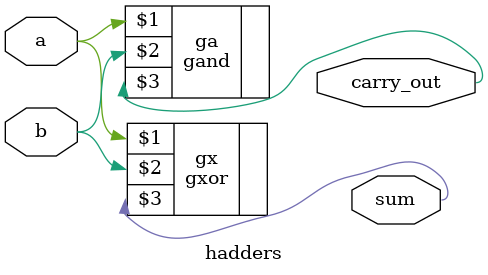
<source format=v>

`include "gxor.v"
`include "gand.v"

module hadders(input a, input b, output sum, output carry_out);
  
  gxor gx(a, b, sum);
  gand ga(a, b, carry_out);

endmodule


</source>
